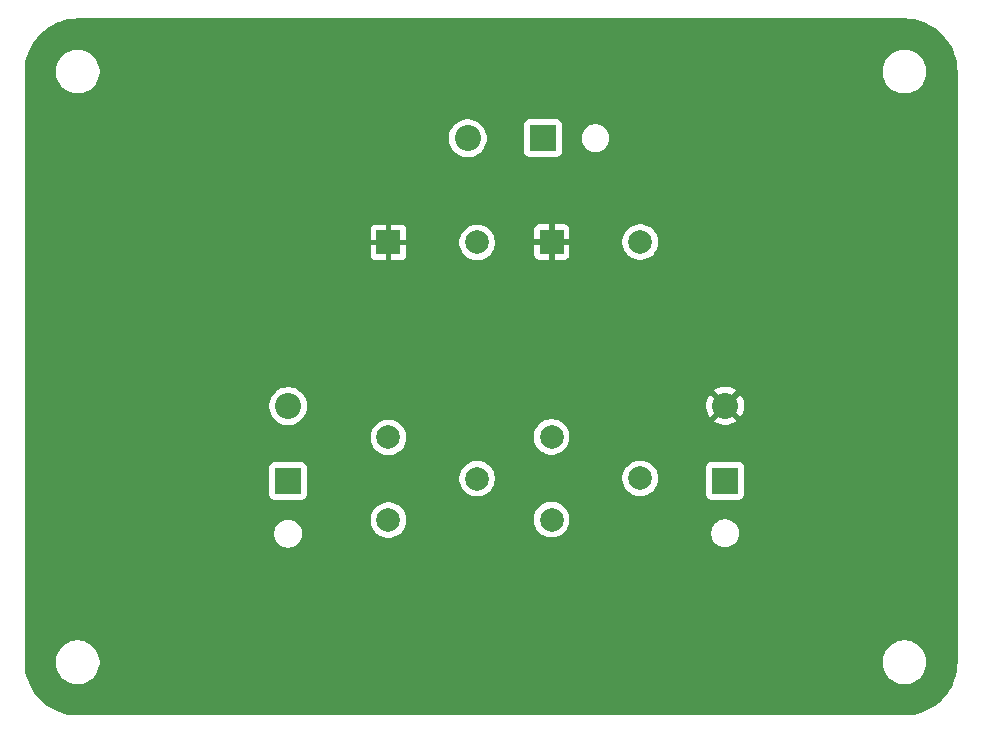
<source format=gbl>
G04 #@! TF.GenerationSoftware,KiCad,Pcbnew,9.0.0*
G04 #@! TF.CreationDate,2025-04-19T00:24:35-05:00*
G04 #@! TF.ProjectId,Charging_PCB,43686172-6769-46e6-975f-5043422e6b69,rev?*
G04 #@! TF.SameCoordinates,Original*
G04 #@! TF.FileFunction,Copper,L2,Bot*
G04 #@! TF.FilePolarity,Positive*
%FSLAX46Y46*%
G04 Gerber Fmt 4.6, Leading zero omitted, Abs format (unit mm)*
G04 Created by KiCad (PCBNEW 9.0.0) date 2025-04-19 00:24:35*
%MOMM*%
%LPD*%
G01*
G04 APERTURE LIST*
G04 #@! TA.AperFunction,ComponentPad*
%ADD10R,2.210000X2.210000*%
G04 #@! TD*
G04 #@! TA.AperFunction,ComponentPad*
%ADD11C,2.210000*%
G04 #@! TD*
G04 #@! TA.AperFunction,ComponentPad*
%ADD12C,2.000000*%
G04 #@! TD*
G04 #@! TA.AperFunction,ComponentPad*
%ADD13R,2.000000X2.000000*%
G04 #@! TD*
G04 #@! TA.AperFunction,ViaPad*
%ADD14C,0.700000*%
G04 #@! TD*
G04 #@! TA.AperFunction,Conductor*
%ADD15C,0.200000*%
G04 #@! TD*
G04 APERTURE END LIST*
D10*
X129812500Y-114162500D03*
D11*
X129812500Y-107812500D03*
D12*
X152125000Y-117425000D03*
X159625000Y-113925000D03*
X152125000Y-110425000D03*
D13*
X152125000Y-93925000D03*
D12*
X159625000Y-93925000D03*
X138312500Y-117462500D03*
X145812500Y-113962500D03*
X138312500Y-110462500D03*
D13*
X138312500Y-93962500D03*
D12*
X145812500Y-93962500D03*
D10*
X166812500Y-114135000D03*
D11*
X166812500Y-107785000D03*
D10*
X151387500Y-85135000D03*
D11*
X145037500Y-85135000D03*
D14*
X179936399Y-85020471D03*
X182436399Y-85020471D03*
X110069913Y-85018530D03*
X115069913Y-85018530D03*
X112569913Y-85018530D03*
X154000000Y-88500000D03*
X154000000Y-86000000D03*
X154000000Y-83500000D03*
X152500000Y-97500000D03*
X170000000Y-125000000D03*
X175000000Y-125000000D03*
X172500000Y-125000000D03*
X132500000Y-100000000D03*
X130000000Y-100000000D03*
X125000000Y-100000000D03*
X127500000Y-100000000D03*
X142500000Y-82500000D03*
X140000000Y-82500000D03*
X125000000Y-77500000D03*
X125000000Y-85000000D03*
X125000000Y-82500000D03*
X125000000Y-80000000D03*
X125000000Y-87500000D03*
X142500000Y-80000000D03*
X140000000Y-80000000D03*
X150000000Y-125000000D03*
X147500000Y-125000000D03*
X142500000Y-125000000D03*
X140000000Y-125000000D03*
X145000000Y-125000000D03*
X137500000Y-125000000D03*
X135000000Y-125000000D03*
X130000000Y-125000000D03*
X132500000Y-125000000D03*
X125000000Y-125000000D03*
X127500000Y-125000000D03*
X170000000Y-117500000D03*
X170000000Y-120000000D03*
X169861632Y-112617999D03*
X169861632Y-115117999D03*
X170000000Y-107500000D03*
X170000000Y-110000000D03*
X160000000Y-97500000D03*
X160000000Y-100000000D03*
X167500000Y-102500000D03*
X167500000Y-105000000D03*
X165000000Y-102500000D03*
X165000000Y-105000000D03*
X170000000Y-102500000D03*
X170000000Y-105000000D03*
X142500000Y-115000000D03*
X142500000Y-117500000D03*
X142500000Y-110000000D03*
X142500000Y-112500000D03*
X155000000Y-117500000D03*
X155000000Y-115000000D03*
X155812500Y-112500000D03*
X155812500Y-110000000D03*
X152500000Y-102500000D03*
X152500000Y-100000000D03*
X155000000Y-107500000D03*
X155000000Y-105000000D03*
X152500000Y-105000000D03*
X152500000Y-107500000D03*
X130000000Y-105000000D03*
X130000000Y-102500000D03*
X127500000Y-102500000D03*
X127500000Y-105000000D03*
X145000000Y-107500000D03*
X140000000Y-107500000D03*
X142500000Y-107500000D03*
X147500000Y-107500000D03*
X137500000Y-107500000D03*
X147500000Y-105000000D03*
X147500000Y-102500000D03*
X147500000Y-100000000D03*
X147500000Y-97500000D03*
X145000000Y-102500000D03*
X137500000Y-105000000D03*
X140000000Y-105000000D03*
X140000000Y-102500000D03*
X142500000Y-102500000D03*
X137500000Y-97500000D03*
X145000000Y-105000000D03*
X137500000Y-102500000D03*
X142500000Y-105000000D03*
X140000000Y-100000000D03*
X140000000Y-97500000D03*
X142500000Y-97500000D03*
X145000000Y-97500000D03*
X145000000Y-100000000D03*
X142500000Y-100000000D03*
X137500000Y-100000000D03*
X170000000Y-95000000D03*
X170000000Y-92500000D03*
X170000000Y-97500000D03*
X167500000Y-97500000D03*
X165000000Y-95000000D03*
X167500000Y-95000000D03*
X165000000Y-92500000D03*
X165000000Y-97500000D03*
X167500000Y-92500000D03*
X170000000Y-82500000D03*
X170000000Y-80000000D03*
X167500000Y-80000000D03*
X177500000Y-85000000D03*
X177500000Y-82500000D03*
X175000000Y-80000000D03*
X177500000Y-80000000D03*
X172500000Y-82500000D03*
X172500000Y-80000000D03*
X172500000Y-85000000D03*
X175000000Y-82500000D03*
X175000000Y-85000000D03*
X182500000Y-117500000D03*
X175000000Y-120000000D03*
X172500000Y-117500000D03*
X172500000Y-120000000D03*
X177500000Y-120000000D03*
X177500000Y-117500000D03*
X180000000Y-117500000D03*
X175000000Y-112500000D03*
X182500000Y-120000000D03*
X175000000Y-117500000D03*
X180000000Y-120000000D03*
X177500000Y-115000000D03*
X177500000Y-112500000D03*
X180000000Y-112500000D03*
X182500000Y-112500000D03*
X182500000Y-115000000D03*
X180000000Y-115000000D03*
X175000000Y-115000000D03*
X172500000Y-112500000D03*
X172500000Y-115000000D03*
X172500000Y-102500000D03*
X172500000Y-100000000D03*
X172500000Y-105000000D03*
X175000000Y-90000000D03*
X175000000Y-105000000D03*
X172500000Y-97500000D03*
X175000000Y-92500000D03*
X175000000Y-87500000D03*
X175000000Y-97500000D03*
X177500000Y-92500000D03*
X177500000Y-87500000D03*
X182500000Y-92500000D03*
X182500000Y-90000000D03*
X182500000Y-87500000D03*
X180000000Y-92500000D03*
X180000000Y-87500000D03*
X177500000Y-90000000D03*
X180000000Y-90000000D03*
X182500000Y-107500000D03*
X177500000Y-110000000D03*
X180000000Y-107500000D03*
X177500000Y-107500000D03*
X182500000Y-110000000D03*
X175000000Y-107500000D03*
X180000000Y-110000000D03*
X172500000Y-107500000D03*
X172500000Y-110000000D03*
X175000000Y-110000000D03*
X175000000Y-100000000D03*
X175000000Y-102500000D03*
X182500000Y-105000000D03*
X177500000Y-105000000D03*
X177500000Y-102500000D03*
X180000000Y-102500000D03*
X180000000Y-97500000D03*
X182500000Y-102500000D03*
X182500000Y-100000000D03*
X182500000Y-97500000D03*
X177500000Y-100000000D03*
X180000000Y-100000000D03*
X177500000Y-97500000D03*
X180000000Y-105000000D03*
X180000000Y-95000000D03*
X177500000Y-95000000D03*
X172500000Y-92500000D03*
X172500000Y-87500000D03*
X175000000Y-95000000D03*
X172500000Y-90000000D03*
X182500000Y-95000000D03*
X172500000Y-95000000D03*
X132500000Y-90000000D03*
X132500000Y-92500000D03*
X132500000Y-97500000D03*
X132500000Y-95000000D03*
X127500000Y-90000000D03*
X125000000Y-90000000D03*
X130000000Y-90000000D03*
X127500000Y-92500000D03*
X125000000Y-92500000D03*
X130000000Y-92500000D03*
X127500000Y-95000000D03*
X125000000Y-95000000D03*
X130000000Y-95000000D03*
X127500000Y-97500000D03*
X125000000Y-97500000D03*
X130000000Y-97500000D03*
X127500000Y-77500000D03*
X130000000Y-77500000D03*
X120000000Y-77500000D03*
X117500000Y-77500000D03*
X122500000Y-77500000D03*
X122500000Y-85000000D03*
X120000000Y-85000000D03*
X120000000Y-80000000D03*
X122500000Y-80000000D03*
X117500000Y-80000000D03*
X117500000Y-85000000D03*
X122500000Y-82500000D03*
X117500000Y-82500000D03*
X120000000Y-82500000D03*
X115000000Y-122500000D03*
X112500000Y-122500000D03*
X112500000Y-117500000D03*
X115000000Y-117500000D03*
X110000000Y-117500000D03*
X110000000Y-122500000D03*
X115000000Y-120000000D03*
X110000000Y-120000000D03*
X112500000Y-120000000D03*
X117500000Y-122500000D03*
X117500000Y-117500000D03*
X122500000Y-122500000D03*
X122500000Y-120000000D03*
X122500000Y-117500000D03*
X120000000Y-122500000D03*
X120000000Y-117500000D03*
X117500000Y-120000000D03*
X120000000Y-120000000D03*
X120000000Y-125000000D03*
X117500000Y-125000000D03*
X122500000Y-125000000D03*
X117500000Y-112500000D03*
X117500000Y-107500000D03*
X122500000Y-112500000D03*
X122500000Y-110000000D03*
X122500000Y-107500000D03*
X120000000Y-112500000D03*
X120000000Y-107500000D03*
X117500000Y-110000000D03*
X120000000Y-110000000D03*
X120000000Y-115000000D03*
X117500000Y-115000000D03*
X122500000Y-115000000D03*
X110000000Y-112500000D03*
X110000000Y-107500000D03*
X115000000Y-112500000D03*
X115000000Y-110000000D03*
X115000000Y-107500000D03*
X112500000Y-112500000D03*
X112500000Y-107500000D03*
X110000000Y-110000000D03*
X112500000Y-110000000D03*
X112500000Y-115000000D03*
X110000000Y-115000000D03*
X115000000Y-115000000D03*
X117500000Y-102500000D03*
X122500000Y-102500000D03*
X122500000Y-100000000D03*
X122500000Y-97500000D03*
X120000000Y-102500000D03*
X117500000Y-100000000D03*
X120000000Y-105000000D03*
X117500000Y-105000000D03*
X122500000Y-105000000D03*
X110000000Y-102500000D03*
X110000000Y-97500000D03*
X115000000Y-102500000D03*
X115000000Y-100000000D03*
X115000000Y-97500000D03*
X112500000Y-102500000D03*
X112500000Y-97500000D03*
X110000000Y-100000000D03*
X112500000Y-100000000D03*
X112500000Y-105000000D03*
X110000000Y-105000000D03*
X115000000Y-105000000D03*
X110000000Y-92500000D03*
X110000000Y-87500000D03*
X115000000Y-87500000D03*
X112500000Y-87500000D03*
X110000000Y-90000000D03*
X112500000Y-95000000D03*
X110000000Y-95000000D03*
X122500000Y-95000000D03*
X122500000Y-90000000D03*
X122500000Y-87500000D03*
X120000000Y-87500000D03*
X117500000Y-87500000D03*
X130500000Y-89000000D03*
X128000000Y-86500000D03*
X163000000Y-88500000D03*
D15*
X159737500Y-113812500D02*
X159625000Y-113925000D01*
G04 #@! TA.AperFunction,Conductor*
G36*
X182002702Y-75000617D02*
G01*
X182386771Y-75017386D01*
X182397506Y-75018326D01*
X182775971Y-75068152D01*
X182786597Y-75070025D01*
X183159284Y-75152648D01*
X183169710Y-75155442D01*
X183533765Y-75270227D01*
X183543911Y-75273920D01*
X183896578Y-75420000D01*
X183906369Y-75424566D01*
X184244942Y-75600816D01*
X184254310Y-75606224D01*
X184576244Y-75811318D01*
X184585105Y-75817523D01*
X184887930Y-76049889D01*
X184896217Y-76056843D01*
X185177635Y-76314715D01*
X185185284Y-76322364D01*
X185443156Y-76603782D01*
X185450110Y-76612069D01*
X185682476Y-76914894D01*
X185688681Y-76923755D01*
X185893775Y-77245689D01*
X185899183Y-77255057D01*
X186075430Y-77593623D01*
X186080002Y-77603427D01*
X186226075Y-77956078D01*
X186229775Y-77966244D01*
X186344554Y-78330278D01*
X186347354Y-78340727D01*
X186429971Y-78713389D01*
X186431849Y-78724042D01*
X186481671Y-79102473D01*
X186482614Y-79113249D01*
X186499382Y-79497297D01*
X186499500Y-79502706D01*
X186499500Y-129497293D01*
X186499382Y-129502702D01*
X186482614Y-129886750D01*
X186481671Y-129897526D01*
X186431849Y-130275957D01*
X186429971Y-130286610D01*
X186347354Y-130659272D01*
X186344554Y-130669721D01*
X186229775Y-131033755D01*
X186226075Y-131043921D01*
X186080002Y-131396572D01*
X186075430Y-131406376D01*
X185899183Y-131744942D01*
X185893775Y-131754310D01*
X185688681Y-132076244D01*
X185682476Y-132085105D01*
X185450110Y-132387930D01*
X185443156Y-132396217D01*
X185185284Y-132677635D01*
X185177635Y-132685284D01*
X184896217Y-132943156D01*
X184887930Y-132950110D01*
X184585105Y-133182476D01*
X184576244Y-133188681D01*
X184254310Y-133393775D01*
X184244942Y-133399183D01*
X183906376Y-133575430D01*
X183896572Y-133580002D01*
X183543921Y-133726075D01*
X183533755Y-133729775D01*
X183169721Y-133844554D01*
X183159272Y-133847354D01*
X182786610Y-133929971D01*
X182775957Y-133931849D01*
X182397526Y-133981671D01*
X182386750Y-133982614D01*
X182002703Y-133999382D01*
X181997294Y-133999500D01*
X112002706Y-133999500D01*
X111997297Y-133999382D01*
X111613249Y-133982614D01*
X111602473Y-133981671D01*
X111224042Y-133931849D01*
X111213389Y-133929971D01*
X110840727Y-133847354D01*
X110830278Y-133844554D01*
X110466244Y-133729775D01*
X110456078Y-133726075D01*
X110103427Y-133580002D01*
X110093623Y-133575430D01*
X109755057Y-133399183D01*
X109745689Y-133393775D01*
X109423755Y-133188681D01*
X109414894Y-133182476D01*
X109112069Y-132950110D01*
X109103782Y-132943156D01*
X108822364Y-132685284D01*
X108814715Y-132677635D01*
X108556843Y-132396217D01*
X108549889Y-132387930D01*
X108317523Y-132085105D01*
X108311318Y-132076244D01*
X108106224Y-131754310D01*
X108100816Y-131744942D01*
X107924569Y-131406376D01*
X107919997Y-131396572D01*
X107773920Y-131043911D01*
X107770224Y-131033755D01*
X107655442Y-130669710D01*
X107652648Y-130659284D01*
X107570025Y-130286597D01*
X107568152Y-130275971D01*
X107518326Y-129897506D01*
X107517386Y-129886771D01*
X107500618Y-129502702D01*
X107500500Y-129497293D01*
X107500500Y-129378711D01*
X110149500Y-129378711D01*
X110149500Y-129621288D01*
X110181161Y-129861785D01*
X110243947Y-130096104D01*
X110336773Y-130320205D01*
X110336776Y-130320212D01*
X110458064Y-130530289D01*
X110458066Y-130530292D01*
X110458067Y-130530293D01*
X110605733Y-130722736D01*
X110605739Y-130722743D01*
X110777256Y-130894260D01*
X110777262Y-130894265D01*
X110969711Y-131041936D01*
X111179788Y-131163224D01*
X111403900Y-131256054D01*
X111638211Y-131318838D01*
X111818586Y-131342584D01*
X111878711Y-131350500D01*
X111878712Y-131350500D01*
X112121289Y-131350500D01*
X112169388Y-131344167D01*
X112361789Y-131318838D01*
X112596100Y-131256054D01*
X112820212Y-131163224D01*
X113030289Y-131041936D01*
X113222738Y-130894265D01*
X113394265Y-130722738D01*
X113541936Y-130530289D01*
X113663224Y-130320212D01*
X113756054Y-130096100D01*
X113818838Y-129861789D01*
X113850500Y-129621288D01*
X113850500Y-129378712D01*
X113850500Y-129378711D01*
X180149500Y-129378711D01*
X180149500Y-129621288D01*
X180181161Y-129861785D01*
X180243947Y-130096104D01*
X180336773Y-130320205D01*
X180336776Y-130320212D01*
X180458064Y-130530289D01*
X180458066Y-130530292D01*
X180458067Y-130530293D01*
X180605733Y-130722736D01*
X180605739Y-130722743D01*
X180777256Y-130894260D01*
X180777262Y-130894265D01*
X180969711Y-131041936D01*
X181179788Y-131163224D01*
X181403900Y-131256054D01*
X181638211Y-131318838D01*
X181818586Y-131342584D01*
X181878711Y-131350500D01*
X181878712Y-131350500D01*
X182121289Y-131350500D01*
X182169388Y-131344167D01*
X182361789Y-131318838D01*
X182596100Y-131256054D01*
X182820212Y-131163224D01*
X183030289Y-131041936D01*
X183222738Y-130894265D01*
X183394265Y-130722738D01*
X183541936Y-130530289D01*
X183663224Y-130320212D01*
X183756054Y-130096100D01*
X183818838Y-129861789D01*
X183850500Y-129621288D01*
X183850500Y-129378712D01*
X183818838Y-129138211D01*
X183756054Y-128903900D01*
X183663224Y-128679788D01*
X183541936Y-128469711D01*
X183394265Y-128277262D01*
X183394260Y-128277256D01*
X183222743Y-128105739D01*
X183222736Y-128105733D01*
X183030293Y-127958067D01*
X183030292Y-127958066D01*
X183030289Y-127958064D01*
X182820212Y-127836776D01*
X182820205Y-127836773D01*
X182596104Y-127743947D01*
X182361785Y-127681161D01*
X182121289Y-127649500D01*
X182121288Y-127649500D01*
X181878712Y-127649500D01*
X181878711Y-127649500D01*
X181638214Y-127681161D01*
X181403895Y-127743947D01*
X181179794Y-127836773D01*
X181179785Y-127836777D01*
X180969706Y-127958067D01*
X180777263Y-128105733D01*
X180777256Y-128105739D01*
X180605739Y-128277256D01*
X180605733Y-128277263D01*
X180458067Y-128469706D01*
X180336777Y-128679785D01*
X180336773Y-128679794D01*
X180243947Y-128903895D01*
X180181161Y-129138214D01*
X180149500Y-129378711D01*
X113850500Y-129378711D01*
X113818838Y-129138211D01*
X113756054Y-128903900D01*
X113663224Y-128679788D01*
X113541936Y-128469711D01*
X113394265Y-128277262D01*
X113394260Y-128277256D01*
X113222743Y-128105739D01*
X113222736Y-128105733D01*
X113030293Y-127958067D01*
X113030292Y-127958066D01*
X113030289Y-127958064D01*
X112820212Y-127836776D01*
X112820205Y-127836773D01*
X112596104Y-127743947D01*
X112361785Y-127681161D01*
X112121289Y-127649500D01*
X112121288Y-127649500D01*
X111878712Y-127649500D01*
X111878711Y-127649500D01*
X111638214Y-127681161D01*
X111403895Y-127743947D01*
X111179794Y-127836773D01*
X111179785Y-127836777D01*
X110969706Y-127958067D01*
X110777263Y-128105733D01*
X110777256Y-128105739D01*
X110605739Y-128277256D01*
X110605733Y-128277263D01*
X110458067Y-128469706D01*
X110336777Y-128679785D01*
X110336773Y-128679794D01*
X110243947Y-128903895D01*
X110181161Y-129138214D01*
X110149500Y-129378711D01*
X107500500Y-129378711D01*
X107500500Y-118519593D01*
X128632000Y-118519593D01*
X128632000Y-118705407D01*
X128646534Y-118797170D01*
X128661068Y-118888935D01*
X128661068Y-118888938D01*
X128718486Y-119065652D01*
X128718488Y-119065655D01*
X128802846Y-119231217D01*
X128912065Y-119381544D01*
X129043456Y-119512935D01*
X129193783Y-119622154D01*
X129305375Y-119679013D01*
X129359347Y-119706513D01*
X129536062Y-119763931D01*
X129536063Y-119763931D01*
X129536066Y-119763932D01*
X129719593Y-119793000D01*
X129719594Y-119793000D01*
X129905406Y-119793000D01*
X129905407Y-119793000D01*
X130088934Y-119763932D01*
X130088937Y-119763931D01*
X130088938Y-119763931D01*
X130265652Y-119706513D01*
X130265652Y-119706512D01*
X130265655Y-119706512D01*
X130431217Y-119622154D01*
X130581544Y-119512935D01*
X130712935Y-119381544D01*
X130822154Y-119231217D01*
X130906512Y-119065655D01*
X130939867Y-118963000D01*
X130963931Y-118888938D01*
X130963931Y-118888937D01*
X130963932Y-118888934D01*
X130993000Y-118705407D01*
X130993000Y-118519593D01*
X130963932Y-118336066D01*
X130963931Y-118336062D01*
X130963931Y-118336061D01*
X130906513Y-118159347D01*
X130822153Y-117993782D01*
X130802173Y-117966282D01*
X130712935Y-117843456D01*
X130581544Y-117712065D01*
X130431217Y-117602846D01*
X130377245Y-117575346D01*
X130265652Y-117518486D01*
X130088940Y-117461069D01*
X130088933Y-117461067D01*
X129934474Y-117436603D01*
X129905407Y-117432000D01*
X129719593Y-117432000D01*
X129658417Y-117441689D01*
X129536064Y-117461068D01*
X129536061Y-117461068D01*
X129359347Y-117518486D01*
X129193782Y-117602846D01*
X129108015Y-117665159D01*
X129043456Y-117712065D01*
X129043454Y-117712067D01*
X129043453Y-117712067D01*
X128912067Y-117843453D01*
X128912067Y-117843454D01*
X128912065Y-117843456D01*
X128865159Y-117908015D01*
X128802846Y-117993782D01*
X128718486Y-118159347D01*
X128661068Y-118336061D01*
X128661068Y-118336064D01*
X128644604Y-118440012D01*
X128632000Y-118519593D01*
X107500500Y-118519593D01*
X107500500Y-117344402D01*
X136812000Y-117344402D01*
X136812000Y-117580597D01*
X136848946Y-117813868D01*
X136921933Y-118038496D01*
X137010050Y-118211433D01*
X137029157Y-118248933D01*
X137167983Y-118440010D01*
X137334990Y-118607017D01*
X137526067Y-118745843D01*
X137625491Y-118796502D01*
X137736503Y-118853066D01*
X137736505Y-118853066D01*
X137736508Y-118853068D01*
X137845719Y-118888553D01*
X137961131Y-118926053D01*
X138194403Y-118963000D01*
X138194408Y-118963000D01*
X138430597Y-118963000D01*
X138663868Y-118926053D01*
X138665570Y-118925500D01*
X138888492Y-118853068D01*
X139098933Y-118745843D01*
X139290010Y-118607017D01*
X139457017Y-118440010D01*
X139595843Y-118248933D01*
X139703068Y-118038492D01*
X139776053Y-117813868D01*
X139792177Y-117712065D01*
X139813000Y-117580597D01*
X139813000Y-117344402D01*
X139809362Y-117321434D01*
X139807060Y-117306902D01*
X150624500Y-117306902D01*
X150624500Y-117543097D01*
X150661446Y-117776368D01*
X150734433Y-118000996D01*
X150801105Y-118131845D01*
X150841657Y-118211433D01*
X150980483Y-118402510D01*
X151147490Y-118569517D01*
X151338567Y-118708343D01*
X151412163Y-118745842D01*
X151549003Y-118815566D01*
X151549005Y-118815566D01*
X151549008Y-118815568D01*
X151664415Y-118853066D01*
X151773631Y-118888553D01*
X152006903Y-118925500D01*
X152006908Y-118925500D01*
X152243097Y-118925500D01*
X152476368Y-118888553D01*
X152700992Y-118815568D01*
X152911433Y-118708343D01*
X153102510Y-118569517D01*
X153179934Y-118492093D01*
X165632000Y-118492093D01*
X165632000Y-118677907D01*
X165636821Y-118708343D01*
X165661068Y-118861435D01*
X165661068Y-118861438D01*
X165718486Y-119038152D01*
X165718488Y-119038155D01*
X165802846Y-119203717D01*
X165912065Y-119354044D01*
X166043456Y-119485435D01*
X166193783Y-119594654D01*
X166247755Y-119622154D01*
X166359347Y-119679013D01*
X166536062Y-119736431D01*
X166536063Y-119736431D01*
X166536066Y-119736432D01*
X166719593Y-119765500D01*
X166719594Y-119765500D01*
X166905406Y-119765500D01*
X166905407Y-119765500D01*
X167088934Y-119736432D01*
X167088937Y-119736431D01*
X167088938Y-119736431D01*
X167265652Y-119679013D01*
X167265652Y-119679012D01*
X167265655Y-119679012D01*
X167431217Y-119594654D01*
X167581544Y-119485435D01*
X167712935Y-119354044D01*
X167822154Y-119203717D01*
X167906512Y-119038155D01*
X167943116Y-118925500D01*
X167963931Y-118861438D01*
X167963931Y-118861437D01*
X167963932Y-118861434D01*
X167993000Y-118677907D01*
X167993000Y-118492093D01*
X167963932Y-118308566D01*
X167963931Y-118308562D01*
X167963931Y-118308561D01*
X167906513Y-118131847D01*
X167822153Y-117966282D01*
X167712935Y-117815956D01*
X167581544Y-117684565D01*
X167431217Y-117575346D01*
X167319627Y-117518488D01*
X167265652Y-117490986D01*
X167088937Y-117433568D01*
X166951288Y-117411767D01*
X166905407Y-117404500D01*
X166719593Y-117404500D01*
X166658417Y-117414189D01*
X166536064Y-117433568D01*
X166536061Y-117433568D01*
X166359347Y-117490986D01*
X166193782Y-117575346D01*
X166108015Y-117637659D01*
X166043456Y-117684565D01*
X166043454Y-117684567D01*
X166043453Y-117684567D01*
X165912067Y-117815953D01*
X165912067Y-117815954D01*
X165912065Y-117815956D01*
X165892087Y-117843454D01*
X165802846Y-117966282D01*
X165718486Y-118131847D01*
X165661068Y-118308561D01*
X165661068Y-118308564D01*
X165646188Y-118402511D01*
X165632000Y-118492093D01*
X153179934Y-118492093D01*
X153269517Y-118402510D01*
X153408343Y-118211433D01*
X153515568Y-118000992D01*
X153588553Y-117776368D01*
X153603093Y-117684565D01*
X153625500Y-117543097D01*
X153625500Y-117306902D01*
X153588553Y-117073631D01*
X153554689Y-116969412D01*
X153515568Y-116849008D01*
X153515566Y-116849005D01*
X153515566Y-116849003D01*
X153427450Y-116676067D01*
X153408343Y-116638567D01*
X153269517Y-116447490D01*
X153102510Y-116280483D01*
X152911433Y-116141657D01*
X152700996Y-116034433D01*
X152476368Y-115961446D01*
X152243097Y-115924500D01*
X152243092Y-115924500D01*
X152006908Y-115924500D01*
X152006903Y-115924500D01*
X151773631Y-115961446D01*
X151549003Y-116034433D01*
X151338566Y-116141657D01*
X151229550Y-116220862D01*
X151147490Y-116280483D01*
X151147488Y-116280485D01*
X151147487Y-116280485D01*
X150980485Y-116447487D01*
X150980485Y-116447488D01*
X150980483Y-116447490D01*
X150953240Y-116484987D01*
X150841657Y-116638566D01*
X150734433Y-116849003D01*
X150661446Y-117073631D01*
X150624500Y-117306902D01*
X139807060Y-117306902D01*
X139776053Y-117111131D01*
X139703066Y-116886503D01*
X139595842Y-116676066D01*
X139457017Y-116484990D01*
X139290010Y-116317983D01*
X139098933Y-116179157D01*
X138888496Y-116071933D01*
X138663868Y-115998946D01*
X138430597Y-115962000D01*
X138430592Y-115962000D01*
X138194408Y-115962000D01*
X138194403Y-115962000D01*
X137961131Y-115998946D01*
X137736503Y-116071933D01*
X137526066Y-116179157D01*
X137417050Y-116258362D01*
X137334990Y-116317983D01*
X137334988Y-116317985D01*
X137334987Y-116317985D01*
X137167985Y-116484987D01*
X137167985Y-116484988D01*
X137167983Y-116484990D01*
X137108362Y-116567050D01*
X137029157Y-116676066D01*
X136921933Y-116886503D01*
X136848946Y-117111131D01*
X136812000Y-117344402D01*
X107500500Y-117344402D01*
X107500500Y-113009635D01*
X128207000Y-113009635D01*
X128207000Y-115315370D01*
X128207001Y-115315376D01*
X128213408Y-115374983D01*
X128263702Y-115509828D01*
X128263706Y-115509835D01*
X128349952Y-115625044D01*
X128349955Y-115625047D01*
X128465164Y-115711293D01*
X128465171Y-115711297D01*
X128600017Y-115761591D01*
X128600016Y-115761591D01*
X128606944Y-115762335D01*
X128659627Y-115768000D01*
X130965372Y-115767999D01*
X131024983Y-115761591D01*
X131159831Y-115711296D01*
X131275046Y-115625046D01*
X131361296Y-115509831D01*
X131411591Y-115374983D01*
X131418000Y-115315373D01*
X131417999Y-113844402D01*
X144312000Y-113844402D01*
X144312000Y-114080597D01*
X144348946Y-114313868D01*
X144421933Y-114538496D01*
X144510050Y-114711433D01*
X144529157Y-114748933D01*
X144667983Y-114940010D01*
X144834990Y-115107017D01*
X145026067Y-115245843D01*
X145108575Y-115287883D01*
X145236503Y-115353066D01*
X145236505Y-115353066D01*
X145236508Y-115353068D01*
X145345719Y-115388553D01*
X145461131Y-115426053D01*
X145694403Y-115463000D01*
X145694408Y-115463000D01*
X145930597Y-115463000D01*
X146163868Y-115426053D01*
X146165570Y-115425500D01*
X146388492Y-115353068D01*
X146598933Y-115245843D01*
X146790010Y-115107017D01*
X146957017Y-114940010D01*
X147095843Y-114748933D01*
X147203068Y-114538492D01*
X147276053Y-114313868D01*
X147281992Y-114276368D01*
X147313000Y-114080597D01*
X147313000Y-113844402D01*
X147309362Y-113821434D01*
X147307060Y-113806902D01*
X158124500Y-113806902D01*
X158124500Y-114043097D01*
X158161446Y-114276368D01*
X158234433Y-114500996D01*
X158341657Y-114711433D01*
X158480483Y-114902510D01*
X158647490Y-115069517D01*
X158838567Y-115208343D01*
X158912163Y-115245842D01*
X159049003Y-115315566D01*
X159049005Y-115315566D01*
X159049008Y-115315568D01*
X159147229Y-115347482D01*
X159273631Y-115388553D01*
X159506903Y-115425500D01*
X159506908Y-115425500D01*
X159743097Y-115425500D01*
X159976368Y-115388553D01*
X160018135Y-115374982D01*
X160200992Y-115315568D01*
X160411433Y-115208343D01*
X160602510Y-115069517D01*
X160769517Y-114902510D01*
X160908343Y-114711433D01*
X161015568Y-114500992D01*
X161088553Y-114276368D01*
X161125500Y-114043097D01*
X161125500Y-113806902D01*
X161088553Y-113573631D01*
X161054689Y-113469412D01*
X161015568Y-113349008D01*
X161015566Y-113349005D01*
X161015566Y-113349003D01*
X160927450Y-113176067D01*
X160908343Y-113138567D01*
X160794688Y-112982135D01*
X165207000Y-112982135D01*
X165207000Y-115287870D01*
X165207001Y-115287876D01*
X165213408Y-115347483D01*
X165263702Y-115482328D01*
X165263706Y-115482335D01*
X165349952Y-115597544D01*
X165349955Y-115597547D01*
X165465164Y-115683793D01*
X165465171Y-115683797D01*
X165600017Y-115734091D01*
X165600016Y-115734091D01*
X165606944Y-115734835D01*
X165659627Y-115740500D01*
X167965372Y-115740499D01*
X168024983Y-115734091D01*
X168159831Y-115683796D01*
X168275046Y-115597546D01*
X168361296Y-115482331D01*
X168411591Y-115347483D01*
X168418000Y-115287873D01*
X168417999Y-112982128D01*
X168411591Y-112922517D01*
X168372602Y-112817983D01*
X168361297Y-112787671D01*
X168361293Y-112787664D01*
X168275047Y-112672455D01*
X168275044Y-112672452D01*
X168159835Y-112586206D01*
X168159828Y-112586202D01*
X168024982Y-112535908D01*
X168024983Y-112535908D01*
X167965383Y-112529501D01*
X167965381Y-112529500D01*
X167965373Y-112529500D01*
X167965364Y-112529500D01*
X165659629Y-112529500D01*
X165659623Y-112529501D01*
X165600016Y-112535908D01*
X165465171Y-112586202D01*
X165465164Y-112586206D01*
X165349955Y-112672452D01*
X165349952Y-112672455D01*
X165263706Y-112787664D01*
X165263702Y-112787671D01*
X165213408Y-112922517D01*
X165210452Y-112950016D01*
X165207001Y-112982123D01*
X165207000Y-112982135D01*
X160794688Y-112982135D01*
X160769517Y-112947490D01*
X160602510Y-112780483D01*
X160411433Y-112641657D01*
X160200996Y-112534433D01*
X159976368Y-112461446D01*
X159743097Y-112424500D01*
X159743092Y-112424500D01*
X159506908Y-112424500D01*
X159506903Y-112424500D01*
X159273631Y-112461446D01*
X159049003Y-112534433D01*
X158838566Y-112641657D01*
X158758331Y-112699952D01*
X158647490Y-112780483D01*
X158647488Y-112780485D01*
X158647487Y-112780485D01*
X158480485Y-112947487D01*
X158480485Y-112947488D01*
X158480483Y-112947490D01*
X158455312Y-112982135D01*
X158341657Y-113138566D01*
X158234433Y-113349003D01*
X158161446Y-113573631D01*
X158124500Y-113806902D01*
X147307060Y-113806902D01*
X147276053Y-113611131D01*
X147203066Y-113386503D01*
X147095842Y-113176066D01*
X146957017Y-112984990D01*
X146790010Y-112817983D01*
X146598933Y-112679157D01*
X146585774Y-112672452D01*
X146388496Y-112571933D01*
X146163868Y-112498946D01*
X145930597Y-112462000D01*
X145930592Y-112462000D01*
X145694408Y-112462000D01*
X145694403Y-112462000D01*
X145461131Y-112498946D01*
X145236503Y-112571933D01*
X145026066Y-112679157D01*
X144917050Y-112758362D01*
X144834990Y-112817983D01*
X144834988Y-112817985D01*
X144834987Y-112817985D01*
X144667985Y-112984987D01*
X144667985Y-112984988D01*
X144667983Y-112984990D01*
X144619521Y-113051692D01*
X144529157Y-113176066D01*
X144421933Y-113386503D01*
X144348946Y-113611131D01*
X144312000Y-113844402D01*
X131417999Y-113844402D01*
X131417999Y-113009628D01*
X131411591Y-112950017D01*
X131410648Y-112947490D01*
X131361297Y-112815171D01*
X131361293Y-112815164D01*
X131275047Y-112699955D01*
X131275044Y-112699952D01*
X131159835Y-112613706D01*
X131159828Y-112613702D01*
X131024982Y-112563408D01*
X131024983Y-112563408D01*
X130965383Y-112557001D01*
X130965381Y-112557000D01*
X130965373Y-112557000D01*
X130965364Y-112557000D01*
X128659629Y-112557000D01*
X128659623Y-112557001D01*
X128600016Y-112563408D01*
X128465171Y-112613702D01*
X128465164Y-112613706D01*
X128349955Y-112699952D01*
X128349952Y-112699955D01*
X128263706Y-112815164D01*
X128263702Y-112815171D01*
X128213408Y-112950017D01*
X128207001Y-113009616D01*
X128207001Y-113009623D01*
X128207000Y-113009635D01*
X107500500Y-113009635D01*
X107500500Y-110344402D01*
X136812000Y-110344402D01*
X136812000Y-110580597D01*
X136848946Y-110813868D01*
X136921933Y-111038496D01*
X137010050Y-111211433D01*
X137029157Y-111248933D01*
X137167983Y-111440010D01*
X137334990Y-111607017D01*
X137526067Y-111745843D01*
X137625491Y-111796502D01*
X137736503Y-111853066D01*
X137736505Y-111853066D01*
X137736508Y-111853068D01*
X137845719Y-111888553D01*
X137961131Y-111926053D01*
X138194403Y-111963000D01*
X138194408Y-111963000D01*
X138430597Y-111963000D01*
X138663868Y-111926053D01*
X138665570Y-111925500D01*
X138888492Y-111853068D01*
X139098933Y-111745843D01*
X139290010Y-111607017D01*
X139457017Y-111440010D01*
X139595843Y-111248933D01*
X139703068Y-111038492D01*
X139776053Y-110813868D01*
X139781992Y-110776368D01*
X139813000Y-110580597D01*
X139813000Y-110344402D01*
X139809362Y-110321434D01*
X139807060Y-110306902D01*
X150624500Y-110306902D01*
X150624500Y-110543097D01*
X150661446Y-110776368D01*
X150734433Y-111000996D01*
X150841657Y-111211433D01*
X150980483Y-111402510D01*
X151147490Y-111569517D01*
X151338567Y-111708343D01*
X151412163Y-111745842D01*
X151549003Y-111815566D01*
X151549005Y-111815566D01*
X151549008Y-111815568D01*
X151664415Y-111853066D01*
X151773631Y-111888553D01*
X152006903Y-111925500D01*
X152006908Y-111925500D01*
X152243097Y-111925500D01*
X152476368Y-111888553D01*
X152700992Y-111815568D01*
X152911433Y-111708343D01*
X153102510Y-111569517D01*
X153269517Y-111402510D01*
X153408343Y-111211433D01*
X153515568Y-111000992D01*
X153588553Y-110776368D01*
X153625500Y-110543097D01*
X153625500Y-110306902D01*
X153588553Y-110073631D01*
X153554689Y-109969412D01*
X153515568Y-109849008D01*
X153515566Y-109849005D01*
X153515566Y-109849003D01*
X153427450Y-109676067D01*
X153408343Y-109638567D01*
X153269517Y-109447490D01*
X153102510Y-109280483D01*
X152911433Y-109141657D01*
X152700996Y-109034433D01*
X152476368Y-108961446D01*
X152243097Y-108924500D01*
X152243092Y-108924500D01*
X152006908Y-108924500D01*
X152006903Y-108924500D01*
X151773631Y-108961446D01*
X151549003Y-109034433D01*
X151338566Y-109141657D01*
X151278020Y-109185647D01*
X151147490Y-109280483D01*
X151147488Y-109280485D01*
X151147487Y-109280485D01*
X150980485Y-109447487D01*
X150980485Y-109447488D01*
X150980483Y-109447490D01*
X150953240Y-109484987D01*
X150841657Y-109638566D01*
X150734433Y-109849003D01*
X150661446Y-110073631D01*
X150624500Y-110306902D01*
X139807060Y-110306902D01*
X139776053Y-110111131D01*
X139703066Y-109886503D01*
X139595842Y-109676066D01*
X139457017Y-109484990D01*
X139290010Y-109317983D01*
X139098933Y-109179157D01*
X139056857Y-109157718D01*
X138888496Y-109071933D01*
X138663868Y-108998946D01*
X138430597Y-108962000D01*
X138430592Y-108962000D01*
X138194408Y-108962000D01*
X138194403Y-108962000D01*
X137961131Y-108998946D01*
X137736503Y-109071933D01*
X137526066Y-109179157D01*
X137417050Y-109258362D01*
X137334990Y-109317983D01*
X137334988Y-109317985D01*
X137334987Y-109317985D01*
X137167985Y-109484987D01*
X137167985Y-109484988D01*
X137167983Y-109484990D01*
X137108362Y-109567050D01*
X137029157Y-109676066D01*
X136921933Y-109886503D01*
X136848946Y-110111131D01*
X136812000Y-110344402D01*
X107500500Y-110344402D01*
X107500500Y-107686138D01*
X128207000Y-107686138D01*
X128207000Y-107938861D01*
X128246532Y-108188456D01*
X128324625Y-108428802D01*
X128425207Y-108626203D01*
X128439353Y-108653966D01*
X128587893Y-108858413D01*
X128766587Y-109037107D01*
X128971034Y-109185647D01*
X129077416Y-109239851D01*
X129196197Y-109300374D01*
X129196199Y-109300374D01*
X129196202Y-109300376D01*
X129436544Y-109378468D01*
X129565138Y-109398835D01*
X129686139Y-109418000D01*
X129686144Y-109418000D01*
X129938861Y-109418000D01*
X130049165Y-109400528D01*
X130188456Y-109378468D01*
X130428798Y-109300376D01*
X130653966Y-109185647D01*
X130858413Y-109037107D01*
X131037107Y-108858413D01*
X131185647Y-108653966D01*
X131300376Y-108428798D01*
X131378468Y-108188456D01*
X131400528Y-108049165D01*
X131418000Y-107938861D01*
X131418000Y-107686141D01*
X131415952Y-107673212D01*
X131415952Y-107673210D01*
X131413650Y-107658678D01*
X165207500Y-107658678D01*
X165207500Y-107911321D01*
X165247019Y-108160838D01*
X165325089Y-108401110D01*
X165439781Y-108626203D01*
X165514669Y-108729276D01*
X165514669Y-108729277D01*
X166000393Y-108243552D01*
X166090122Y-108377841D01*
X166219659Y-108507378D01*
X166353946Y-108597105D01*
X165868221Y-109082829D01*
X165971296Y-109157718D01*
X166196389Y-109272410D01*
X166436661Y-109350480D01*
X166686179Y-109390000D01*
X166938821Y-109390000D01*
X167188338Y-109350480D01*
X167428610Y-109272410D01*
X167653702Y-109157719D01*
X167756776Y-109082829D01*
X167756777Y-109082829D01*
X167271053Y-108597105D01*
X167405341Y-108507378D01*
X167534878Y-108377841D01*
X167624605Y-108243553D01*
X168110329Y-108729277D01*
X168110329Y-108729276D01*
X168185219Y-108626202D01*
X168299910Y-108401110D01*
X168377980Y-108160838D01*
X168417500Y-107911321D01*
X168417500Y-107658678D01*
X168377980Y-107409161D01*
X168299910Y-107168889D01*
X168185218Y-106943796D01*
X168110329Y-106840722D01*
X168110329Y-106840721D01*
X167624605Y-107326445D01*
X167534878Y-107192159D01*
X167405341Y-107062622D01*
X167271051Y-106972893D01*
X167756777Y-106487169D01*
X167653703Y-106412281D01*
X167428610Y-106297589D01*
X167188338Y-106219519D01*
X166938821Y-106180000D01*
X166686179Y-106180000D01*
X166436661Y-106219519D01*
X166196389Y-106297589D01*
X165971293Y-106412283D01*
X165868222Y-106487168D01*
X165868221Y-106487169D01*
X166353946Y-106972894D01*
X166219659Y-107062622D01*
X166090122Y-107192159D01*
X166000394Y-107326446D01*
X165514669Y-106840721D01*
X165514668Y-106840722D01*
X165439783Y-106943793D01*
X165325089Y-107168889D01*
X165247019Y-107409161D01*
X165207500Y-107658678D01*
X131413650Y-107658678D01*
X131401891Y-107584439D01*
X131378468Y-107436544D01*
X131300376Y-107196202D01*
X131300374Y-107196199D01*
X131300374Y-107196197D01*
X131185646Y-106971033D01*
X131165855Y-106943793D01*
X131037107Y-106766587D01*
X130858413Y-106587893D01*
X130653966Y-106439353D01*
X130428802Y-106324625D01*
X130188456Y-106246532D01*
X129938861Y-106207000D01*
X129938856Y-106207000D01*
X129686144Y-106207000D01*
X129686139Y-106207000D01*
X129436543Y-106246532D01*
X129196197Y-106324625D01*
X128971033Y-106439353D01*
X128905221Y-106487169D01*
X128766587Y-106587893D01*
X128766585Y-106587895D01*
X128766584Y-106587895D01*
X128587895Y-106766584D01*
X128587895Y-106766585D01*
X128587893Y-106766587D01*
X128534031Y-106840721D01*
X128439353Y-106971033D01*
X128324625Y-107196197D01*
X128246532Y-107436543D01*
X128207000Y-107686138D01*
X107500500Y-107686138D01*
X107500500Y-92914655D01*
X136812500Y-92914655D01*
X136812500Y-93712500D01*
X137712499Y-93712500D01*
X137687479Y-93772902D01*
X137662500Y-93898481D01*
X137662500Y-94026519D01*
X137687479Y-94152098D01*
X137712499Y-94212500D01*
X136812500Y-94212500D01*
X136812500Y-95010344D01*
X136818901Y-95069872D01*
X136818903Y-95069879D01*
X136869145Y-95204586D01*
X136869149Y-95204593D01*
X136955309Y-95319687D01*
X136955312Y-95319690D01*
X137070406Y-95405850D01*
X137070413Y-95405854D01*
X137205120Y-95456096D01*
X137205127Y-95456098D01*
X137264655Y-95462499D01*
X137264672Y-95462500D01*
X138062500Y-95462500D01*
X138062500Y-94562501D01*
X138122902Y-94587521D01*
X138248481Y-94612500D01*
X138376519Y-94612500D01*
X138502098Y-94587521D01*
X138562500Y-94562501D01*
X138562500Y-95462500D01*
X139360328Y-95462500D01*
X139360344Y-95462499D01*
X139419872Y-95456098D01*
X139419879Y-95456096D01*
X139554586Y-95405854D01*
X139554593Y-95405850D01*
X139669687Y-95319690D01*
X139669690Y-95319687D01*
X139755850Y-95204593D01*
X139755854Y-95204586D01*
X139806096Y-95069879D01*
X139806098Y-95069872D01*
X139812499Y-95010344D01*
X139812500Y-95010327D01*
X139812500Y-94212500D01*
X138912501Y-94212500D01*
X138937521Y-94152098D01*
X138962500Y-94026519D01*
X138962500Y-93898481D01*
X138951743Y-93844402D01*
X144312000Y-93844402D01*
X144312000Y-94080597D01*
X144348946Y-94313868D01*
X144421933Y-94538496D01*
X144510050Y-94711433D01*
X144529157Y-94748933D01*
X144667983Y-94940010D01*
X144834990Y-95107017D01*
X145026067Y-95245843D01*
X145097396Y-95282187D01*
X145236503Y-95353066D01*
X145236505Y-95353066D01*
X145236508Y-95353068D01*
X145345719Y-95388553D01*
X145461131Y-95426053D01*
X145694403Y-95463000D01*
X145694408Y-95463000D01*
X145930597Y-95463000D01*
X146163868Y-95426053D01*
X146186818Y-95418596D01*
X146388492Y-95353068D01*
X146598933Y-95245843D01*
X146790010Y-95107017D01*
X146957017Y-94940010D01*
X147095843Y-94748933D01*
X147203068Y-94538492D01*
X147276053Y-94313868D01*
X147292108Y-94212500D01*
X147309255Y-94104240D01*
X147309255Y-94104239D01*
X147313000Y-94080595D01*
X147313000Y-93844402D01*
X147309362Y-93821434D01*
X147276053Y-93611131D01*
X147226171Y-93457612D01*
X147203068Y-93386508D01*
X147203066Y-93386505D01*
X147203066Y-93386503D01*
X147095842Y-93176066D01*
X146957017Y-92984990D01*
X146849182Y-92877155D01*
X150625000Y-92877155D01*
X150625000Y-93675000D01*
X151524999Y-93675000D01*
X151499979Y-93735402D01*
X151475000Y-93860981D01*
X151475000Y-93989019D01*
X151499979Y-94114598D01*
X151524999Y-94175000D01*
X150625000Y-94175000D01*
X150625000Y-94972844D01*
X150631401Y-95032372D01*
X150631403Y-95032379D01*
X150681645Y-95167086D01*
X150681649Y-95167093D01*
X150767809Y-95282187D01*
X150767812Y-95282190D01*
X150882906Y-95368350D01*
X150882913Y-95368354D01*
X151017620Y-95418596D01*
X151017627Y-95418598D01*
X151077155Y-95424999D01*
X151077172Y-95425000D01*
X151875000Y-95425000D01*
X151875000Y-94525001D01*
X151935402Y-94550021D01*
X152060981Y-94575000D01*
X152189019Y-94575000D01*
X152314598Y-94550021D01*
X152375000Y-94525001D01*
X152375000Y-95425000D01*
X153172828Y-95425000D01*
X153172844Y-95424999D01*
X153232372Y-95418598D01*
X153232379Y-95418596D01*
X153367086Y-95368354D01*
X153367093Y-95368350D01*
X153482187Y-95282190D01*
X153482190Y-95282187D01*
X153568350Y-95167093D01*
X153568354Y-95167086D01*
X153618596Y-95032379D01*
X153618598Y-95032372D01*
X153624999Y-94972844D01*
X153625000Y-94972827D01*
X153625000Y-94175000D01*
X152725001Y-94175000D01*
X152750021Y-94114598D01*
X152775000Y-93989019D01*
X152775000Y-93860981D01*
X152764243Y-93806902D01*
X158124500Y-93806902D01*
X158124500Y-94043097D01*
X158161446Y-94276368D01*
X158234433Y-94500996D01*
X158291248Y-94612500D01*
X158341657Y-94711433D01*
X158480483Y-94902510D01*
X158647490Y-95069517D01*
X158838567Y-95208343D01*
X158912163Y-95245842D01*
X159049003Y-95315566D01*
X159049005Y-95315566D01*
X159049008Y-95315568D01*
X159164415Y-95353066D01*
X159273631Y-95388553D01*
X159506903Y-95425500D01*
X159506908Y-95425500D01*
X159743097Y-95425500D01*
X159976368Y-95388553D01*
X160200992Y-95315568D01*
X160411433Y-95208343D01*
X160602510Y-95069517D01*
X160769517Y-94902510D01*
X160908343Y-94711433D01*
X161015568Y-94500992D01*
X161088553Y-94276368D01*
X161104608Y-94175000D01*
X161125500Y-94043097D01*
X161125500Y-93806902D01*
X161088553Y-93573631D01*
X161038671Y-93420112D01*
X161015568Y-93349008D01*
X161015566Y-93349005D01*
X161015566Y-93349003D01*
X160927450Y-93176067D01*
X160908343Y-93138567D01*
X160769517Y-92947490D01*
X160602510Y-92780483D01*
X160411433Y-92641657D01*
X160200996Y-92534433D01*
X159976368Y-92461446D01*
X159743097Y-92424500D01*
X159743092Y-92424500D01*
X159506908Y-92424500D01*
X159506903Y-92424500D01*
X159273631Y-92461446D01*
X159049003Y-92534433D01*
X158838566Y-92641657D01*
X158781783Y-92682913D01*
X158647490Y-92780483D01*
X158647488Y-92780485D01*
X158647487Y-92780485D01*
X158480485Y-92947487D01*
X158480485Y-92947488D01*
X158480483Y-92947490D01*
X158453240Y-92984987D01*
X158341657Y-93138566D01*
X158234433Y-93349003D01*
X158161446Y-93573631D01*
X158124500Y-93806902D01*
X152764243Y-93806902D01*
X152750021Y-93735402D01*
X152725001Y-93675000D01*
X153625000Y-93675000D01*
X153625000Y-92877172D01*
X153624999Y-92877155D01*
X153618598Y-92817627D01*
X153618596Y-92817620D01*
X153568354Y-92682913D01*
X153568350Y-92682906D01*
X153482190Y-92567812D01*
X153482187Y-92567809D01*
X153367093Y-92481649D01*
X153367086Y-92481645D01*
X153232379Y-92431403D01*
X153232372Y-92431401D01*
X153172844Y-92425000D01*
X152375000Y-92425000D01*
X152375000Y-93324998D01*
X152314598Y-93299979D01*
X152189019Y-93275000D01*
X152060981Y-93275000D01*
X151935402Y-93299979D01*
X151875000Y-93324998D01*
X151875000Y-92425000D01*
X151077155Y-92425000D01*
X151017627Y-92431401D01*
X151017620Y-92431403D01*
X150882913Y-92481645D01*
X150882906Y-92481649D01*
X150767812Y-92567809D01*
X150767809Y-92567812D01*
X150681649Y-92682906D01*
X150681645Y-92682913D01*
X150631403Y-92817620D01*
X150631401Y-92817627D01*
X150625000Y-92877155D01*
X146849182Y-92877155D01*
X146790010Y-92817983D01*
X146598933Y-92679157D01*
X146388496Y-92571933D01*
X146163868Y-92498946D01*
X145930597Y-92462000D01*
X145930592Y-92462000D01*
X145694408Y-92462000D01*
X145694403Y-92462000D01*
X145461131Y-92498946D01*
X145236503Y-92571933D01*
X145026066Y-92679157D01*
X144969283Y-92720413D01*
X144834990Y-92817983D01*
X144834988Y-92817985D01*
X144834987Y-92817985D01*
X144667985Y-92984987D01*
X144667985Y-92984988D01*
X144667983Y-92984990D01*
X144608362Y-93067050D01*
X144529157Y-93176066D01*
X144421933Y-93386503D01*
X144348946Y-93611131D01*
X144312000Y-93844402D01*
X138951743Y-93844402D01*
X138937521Y-93772902D01*
X138912501Y-93712500D01*
X139812500Y-93712500D01*
X139812500Y-92914672D01*
X139812499Y-92914655D01*
X139806098Y-92855127D01*
X139806096Y-92855120D01*
X139755854Y-92720413D01*
X139755850Y-92720406D01*
X139669690Y-92605312D01*
X139669687Y-92605309D01*
X139554593Y-92519149D01*
X139554586Y-92519145D01*
X139419879Y-92468903D01*
X139419872Y-92468901D01*
X139360344Y-92462500D01*
X138562500Y-92462500D01*
X138562500Y-93362498D01*
X138502098Y-93337479D01*
X138376519Y-93312500D01*
X138248481Y-93312500D01*
X138122902Y-93337479D01*
X138062500Y-93362498D01*
X138062500Y-92462500D01*
X137264655Y-92462500D01*
X137205127Y-92468901D01*
X137205120Y-92468903D01*
X137070413Y-92519145D01*
X137070406Y-92519149D01*
X136955312Y-92605309D01*
X136955309Y-92605312D01*
X136869149Y-92720406D01*
X136869145Y-92720413D01*
X136818903Y-92855120D01*
X136818901Y-92855127D01*
X136812500Y-92914655D01*
X107500500Y-92914655D01*
X107500500Y-85008638D01*
X143432000Y-85008638D01*
X143432000Y-85261361D01*
X143471532Y-85510956D01*
X143549625Y-85751302D01*
X143627453Y-85904046D01*
X143664353Y-85976466D01*
X143812893Y-86180913D01*
X143991587Y-86359607D01*
X144196034Y-86508147D01*
X144302416Y-86562351D01*
X144421197Y-86622874D01*
X144421199Y-86622874D01*
X144421202Y-86622876D01*
X144661544Y-86700968D01*
X144790138Y-86721335D01*
X144911139Y-86740500D01*
X144911144Y-86740500D01*
X145163861Y-86740500D01*
X145274165Y-86723028D01*
X145413456Y-86700968D01*
X145653798Y-86622876D01*
X145878966Y-86508147D01*
X146083413Y-86359607D01*
X146262107Y-86180913D01*
X146410647Y-85976466D01*
X146525376Y-85751298D01*
X146603468Y-85510956D01*
X146625528Y-85371665D01*
X146643000Y-85261361D01*
X146643000Y-85008638D01*
X146619230Y-84858561D01*
X146603468Y-84759044D01*
X146525376Y-84518702D01*
X146525374Y-84518699D01*
X146525374Y-84518697D01*
X146410646Y-84293533D01*
X146262107Y-84089087D01*
X146155155Y-83982135D01*
X149782000Y-83982135D01*
X149782000Y-86287870D01*
X149782001Y-86287876D01*
X149788408Y-86347483D01*
X149838702Y-86482328D01*
X149838706Y-86482335D01*
X149924952Y-86597544D01*
X149924955Y-86597547D01*
X150040164Y-86683793D01*
X150040171Y-86683797D01*
X150175017Y-86734091D01*
X150175016Y-86734091D01*
X150181944Y-86734835D01*
X150234627Y-86740500D01*
X152540372Y-86740499D01*
X152599983Y-86734091D01*
X152734831Y-86683796D01*
X152850046Y-86597546D01*
X152936296Y-86482331D01*
X152986591Y-86347483D01*
X152993000Y-86287873D01*
X152992999Y-85042093D01*
X154657000Y-85042093D01*
X154657000Y-85227906D01*
X154686068Y-85411435D01*
X154686068Y-85411438D01*
X154743486Y-85588152D01*
X154743488Y-85588155D01*
X154827846Y-85753717D01*
X154937065Y-85904044D01*
X155068456Y-86035435D01*
X155218783Y-86144654D01*
X155384345Y-86229012D01*
X155384347Y-86229013D01*
X155561062Y-86286431D01*
X155561063Y-86286431D01*
X155561066Y-86286432D01*
X155744593Y-86315500D01*
X155744594Y-86315500D01*
X155930406Y-86315500D01*
X155930407Y-86315500D01*
X156113934Y-86286432D01*
X156113937Y-86286431D01*
X156113938Y-86286431D01*
X156290652Y-86229013D01*
X156290652Y-86229012D01*
X156290655Y-86229012D01*
X156456217Y-86144654D01*
X156606544Y-86035435D01*
X156737935Y-85904044D01*
X156847154Y-85753717D01*
X156931512Y-85588155D01*
X156931513Y-85588152D01*
X156988931Y-85411438D01*
X156988931Y-85411437D01*
X156988932Y-85411434D01*
X157018000Y-85227907D01*
X157018000Y-85042093D01*
X156988932Y-84858566D01*
X156988931Y-84858562D01*
X156988931Y-84858561D01*
X156931513Y-84681847D01*
X156931512Y-84681845D01*
X156847154Y-84516283D01*
X156737935Y-84365956D01*
X156606544Y-84234565D01*
X156456217Y-84125346D01*
X156385049Y-84089084D01*
X156290652Y-84040986D01*
X156113937Y-83983568D01*
X155976288Y-83961767D01*
X155930407Y-83954500D01*
X155744593Y-83954500D01*
X155683417Y-83964189D01*
X155561064Y-83983568D01*
X155561061Y-83983568D01*
X155384347Y-84040986D01*
X155218782Y-84125346D01*
X155133015Y-84187659D01*
X155068456Y-84234565D01*
X155068454Y-84234567D01*
X155068453Y-84234567D01*
X154937067Y-84365953D01*
X154937067Y-84365954D01*
X154937065Y-84365956D01*
X154890159Y-84430515D01*
X154827846Y-84516282D01*
X154743486Y-84681847D01*
X154686068Y-84858561D01*
X154686068Y-84858564D01*
X154657000Y-85042093D01*
X152992999Y-85042093D01*
X152992999Y-83982128D01*
X152986591Y-83922517D01*
X152936296Y-83787669D01*
X152936295Y-83787668D01*
X152936293Y-83787664D01*
X152850047Y-83672455D01*
X152850044Y-83672452D01*
X152734835Y-83586206D01*
X152734828Y-83586202D01*
X152599982Y-83535908D01*
X152599983Y-83535908D01*
X152540383Y-83529501D01*
X152540381Y-83529500D01*
X152540373Y-83529500D01*
X152540364Y-83529500D01*
X150234629Y-83529500D01*
X150234623Y-83529501D01*
X150175016Y-83535908D01*
X150040171Y-83586202D01*
X150040164Y-83586206D01*
X149924955Y-83672452D01*
X149924952Y-83672455D01*
X149838706Y-83787664D01*
X149838702Y-83787671D01*
X149788408Y-83922517D01*
X149784970Y-83954500D01*
X149782001Y-83982123D01*
X149782000Y-83982135D01*
X146155155Y-83982135D01*
X146083413Y-83910393D01*
X145878966Y-83761853D01*
X145653802Y-83647125D01*
X145413456Y-83569032D01*
X145163861Y-83529500D01*
X145163856Y-83529500D01*
X144911144Y-83529500D01*
X144911139Y-83529500D01*
X144661543Y-83569032D01*
X144421197Y-83647125D01*
X144196033Y-83761853D01*
X144079389Y-83846600D01*
X143991587Y-83910393D01*
X143991585Y-83910395D01*
X143991584Y-83910395D01*
X143812895Y-84089084D01*
X143812895Y-84089085D01*
X143812893Y-84089087D01*
X143749100Y-84176889D01*
X143664353Y-84293533D01*
X143549625Y-84518697D01*
X143471532Y-84759043D01*
X143432000Y-85008638D01*
X107500500Y-85008638D01*
X107500500Y-79502706D01*
X107500618Y-79497297D01*
X107505796Y-79378711D01*
X110149500Y-79378711D01*
X110149500Y-79621288D01*
X110181161Y-79861785D01*
X110243947Y-80096104D01*
X110336773Y-80320205D01*
X110336776Y-80320212D01*
X110458064Y-80530289D01*
X110458066Y-80530292D01*
X110458067Y-80530293D01*
X110605733Y-80722736D01*
X110605739Y-80722743D01*
X110777256Y-80894260D01*
X110777262Y-80894265D01*
X110969711Y-81041936D01*
X111179788Y-81163224D01*
X111403900Y-81256054D01*
X111638211Y-81318838D01*
X111818586Y-81342584D01*
X111878711Y-81350500D01*
X111878712Y-81350500D01*
X112121289Y-81350500D01*
X112169388Y-81344167D01*
X112361789Y-81318838D01*
X112596100Y-81256054D01*
X112820212Y-81163224D01*
X113030289Y-81041936D01*
X113222738Y-80894265D01*
X113394265Y-80722738D01*
X113541936Y-80530289D01*
X113663224Y-80320212D01*
X113756054Y-80096100D01*
X113818838Y-79861789D01*
X113850500Y-79621288D01*
X113850500Y-79378712D01*
X113850500Y-79378711D01*
X180149500Y-79378711D01*
X180149500Y-79621288D01*
X180181161Y-79861785D01*
X180243947Y-80096104D01*
X180336773Y-80320205D01*
X180336776Y-80320212D01*
X180458064Y-80530289D01*
X180458066Y-80530292D01*
X180458067Y-80530293D01*
X180605733Y-80722736D01*
X180605739Y-80722743D01*
X180777256Y-80894260D01*
X180777262Y-80894265D01*
X180969711Y-81041936D01*
X181179788Y-81163224D01*
X181403900Y-81256054D01*
X181638211Y-81318838D01*
X181818586Y-81342584D01*
X181878711Y-81350500D01*
X181878712Y-81350500D01*
X182121289Y-81350500D01*
X182169388Y-81344167D01*
X182361789Y-81318838D01*
X182596100Y-81256054D01*
X182820212Y-81163224D01*
X183030289Y-81041936D01*
X183222738Y-80894265D01*
X183394265Y-80722738D01*
X183541936Y-80530289D01*
X183663224Y-80320212D01*
X183756054Y-80096100D01*
X183818838Y-79861789D01*
X183850500Y-79621288D01*
X183850500Y-79378712D01*
X183849253Y-79369243D01*
X183818838Y-79138214D01*
X183818838Y-79138211D01*
X183756054Y-78903900D01*
X183663224Y-78679788D01*
X183541936Y-78469711D01*
X183394265Y-78277262D01*
X183394260Y-78277256D01*
X183222743Y-78105739D01*
X183222736Y-78105733D01*
X183030293Y-77958067D01*
X183030292Y-77958066D01*
X183030289Y-77958064D01*
X182820212Y-77836776D01*
X182820205Y-77836773D01*
X182596104Y-77743947D01*
X182361785Y-77681161D01*
X182121289Y-77649500D01*
X182121288Y-77649500D01*
X181878712Y-77649500D01*
X181878711Y-77649500D01*
X181638214Y-77681161D01*
X181403895Y-77743947D01*
X181179794Y-77836773D01*
X181179785Y-77836777D01*
X180969706Y-77958067D01*
X180777263Y-78105733D01*
X180777256Y-78105739D01*
X180605739Y-78277256D01*
X180605733Y-78277263D01*
X180458067Y-78469706D01*
X180336777Y-78679785D01*
X180336773Y-78679794D01*
X180243947Y-78903895D01*
X180181161Y-79138214D01*
X180149500Y-79378711D01*
X113850500Y-79378711D01*
X113849253Y-79369243D01*
X113818838Y-79138214D01*
X113818838Y-79138211D01*
X113756054Y-78903900D01*
X113663224Y-78679788D01*
X113541936Y-78469711D01*
X113394265Y-78277262D01*
X113394260Y-78277256D01*
X113222743Y-78105739D01*
X113222736Y-78105733D01*
X113030293Y-77958067D01*
X113030292Y-77958066D01*
X113030289Y-77958064D01*
X112820212Y-77836776D01*
X112820205Y-77836773D01*
X112596104Y-77743947D01*
X112361785Y-77681161D01*
X112121289Y-77649500D01*
X112121288Y-77649500D01*
X111878712Y-77649500D01*
X111878711Y-77649500D01*
X111638214Y-77681161D01*
X111403895Y-77743947D01*
X111179794Y-77836773D01*
X111179785Y-77836777D01*
X110969706Y-77958067D01*
X110777263Y-78105733D01*
X110777256Y-78105739D01*
X110605739Y-78277256D01*
X110605733Y-78277263D01*
X110458067Y-78469706D01*
X110336777Y-78679785D01*
X110336773Y-78679794D01*
X110243947Y-78903895D01*
X110181161Y-79138214D01*
X110149500Y-79378711D01*
X107505796Y-79378711D01*
X107506209Y-79369244D01*
X107506209Y-79369243D01*
X107510433Y-79272498D01*
X107517386Y-79113228D01*
X107518326Y-79102495D01*
X107568152Y-78724025D01*
X107570025Y-78713405D01*
X107652649Y-78340709D01*
X107655440Y-78330295D01*
X107770230Y-77966227D01*
X107773917Y-77956095D01*
X107920003Y-77603412D01*
X107924561Y-77593638D01*
X108100822Y-77255045D01*
X108106217Y-77245700D01*
X108311325Y-76923744D01*
X108317515Y-76914905D01*
X108549896Y-76612060D01*
X108556834Y-76603791D01*
X108814726Y-76322352D01*
X108822352Y-76314726D01*
X109103791Y-76056834D01*
X109112060Y-76049896D01*
X109414905Y-75817515D01*
X109423744Y-75811325D01*
X109745700Y-75606217D01*
X109755045Y-75600822D01*
X110093638Y-75424561D01*
X110103412Y-75420003D01*
X110456095Y-75273917D01*
X110466227Y-75270230D01*
X110830295Y-75155440D01*
X110840709Y-75152649D01*
X111213405Y-75070025D01*
X111224025Y-75068152D01*
X111602495Y-75018326D01*
X111613226Y-75017386D01*
X111997297Y-75000617D01*
X112002706Y-75000500D01*
X112065892Y-75000500D01*
X181934108Y-75000500D01*
X181997294Y-75000500D01*
X182002702Y-75000617D01*
G37*
G04 #@! TD.AperFunction*
M02*

</source>
